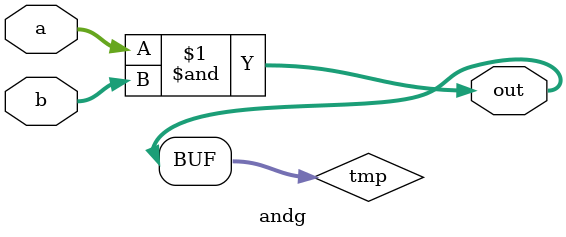
<source format=v>
module andg
#
(
    parameter W=8
)
(
    input [W-1:0] a,
    input [W-1:0] b,
    output [W-1:0] out
);

(* verilator_me = "test3" *)
wire [W-1:0] tmp/* verilator public */;
assign tmp = a & b;
assign out = tmp;

endmodule

</source>
